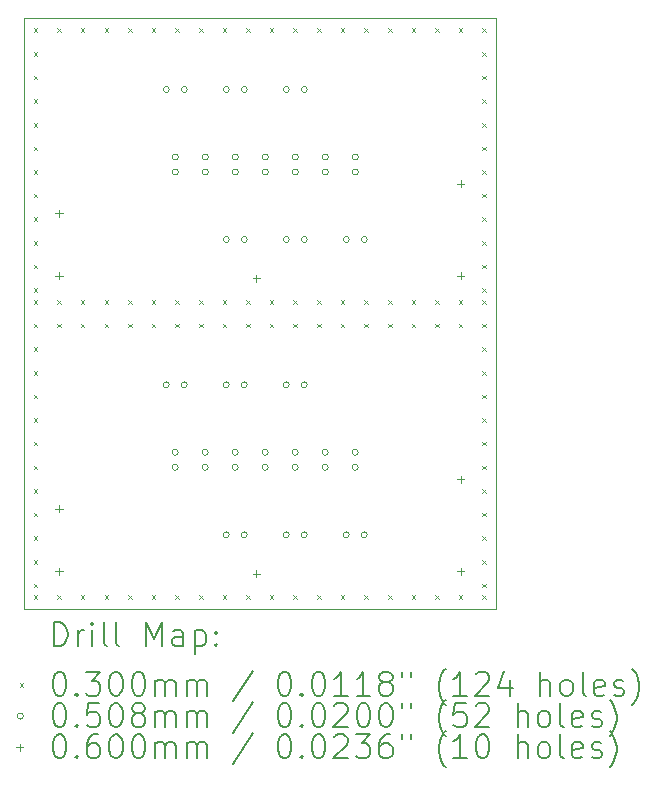
<source format=gbr>
%TF.GenerationSoftware,KiCad,Pcbnew,8.0.3*%
%TF.CreationDate,2024-06-27T10:28:47+02:00*%
%TF.ProjectId,145MHz_BPF,3134354d-487a-45f4-9250-462e6b696361,rev?*%
%TF.SameCoordinates,Original*%
%TF.FileFunction,Drillmap*%
%TF.FilePolarity,Positive*%
%FSLAX45Y45*%
G04 Gerber Fmt 4.5, Leading zero omitted, Abs format (unit mm)*
G04 Created by KiCad (PCBNEW 8.0.3) date 2024-06-27 10:28:47*
%MOMM*%
%LPD*%
G01*
G04 APERTURE LIST*
%ADD10C,0.050000*%
%ADD11C,0.200000*%
%ADD12C,0.100000*%
G04 APERTURE END LIST*
D10*
X8500000Y-4500000D02*
X12500000Y-4500000D01*
X12500000Y-9500000D01*
X8500000Y-9500000D01*
X8500000Y-4500000D01*
D11*
D12*
X8585000Y-4585000D02*
X8615000Y-4615000D01*
X8615000Y-4585000D02*
X8585000Y-4615000D01*
X8585000Y-4785000D02*
X8615000Y-4815000D01*
X8615000Y-4785000D02*
X8585000Y-4815000D01*
X8585000Y-4985000D02*
X8615000Y-5015000D01*
X8615000Y-4985000D02*
X8585000Y-5015000D01*
X8585000Y-5185000D02*
X8615000Y-5215000D01*
X8615000Y-5185000D02*
X8585000Y-5215000D01*
X8585000Y-5385000D02*
X8615000Y-5415000D01*
X8615000Y-5385000D02*
X8585000Y-5415000D01*
X8585000Y-5585000D02*
X8615000Y-5615000D01*
X8615000Y-5585000D02*
X8585000Y-5615000D01*
X8585000Y-5785000D02*
X8615000Y-5815000D01*
X8615000Y-5785000D02*
X8585000Y-5815000D01*
X8585000Y-5985000D02*
X8615000Y-6015000D01*
X8615000Y-5985000D02*
X8585000Y-6015000D01*
X8585000Y-6185000D02*
X8615000Y-6215000D01*
X8615000Y-6185000D02*
X8585000Y-6215000D01*
X8585000Y-6385000D02*
X8615000Y-6415000D01*
X8615000Y-6385000D02*
X8585000Y-6415000D01*
X8585000Y-6585000D02*
X8615000Y-6615000D01*
X8615000Y-6585000D02*
X8585000Y-6615000D01*
X8585000Y-6785000D02*
X8615000Y-6815000D01*
X8615000Y-6785000D02*
X8585000Y-6815000D01*
X8585000Y-6885000D02*
X8615000Y-6915000D01*
X8615000Y-6885000D02*
X8585000Y-6915000D01*
X8585000Y-7085000D02*
X8615000Y-7115000D01*
X8615000Y-7085000D02*
X8585000Y-7115000D01*
X8585000Y-7285000D02*
X8615000Y-7315000D01*
X8615000Y-7285000D02*
X8585000Y-7315000D01*
X8585000Y-7485000D02*
X8615000Y-7515000D01*
X8615000Y-7485000D02*
X8585000Y-7515000D01*
X8585000Y-7685000D02*
X8615000Y-7715000D01*
X8615000Y-7685000D02*
X8585000Y-7715000D01*
X8585000Y-7885000D02*
X8615000Y-7915000D01*
X8615000Y-7885000D02*
X8585000Y-7915000D01*
X8585000Y-8085000D02*
X8615000Y-8115000D01*
X8615000Y-8085000D02*
X8585000Y-8115000D01*
X8585000Y-8285000D02*
X8615000Y-8315000D01*
X8615000Y-8285000D02*
X8585000Y-8315000D01*
X8585000Y-8485000D02*
X8615000Y-8515000D01*
X8615000Y-8485000D02*
X8585000Y-8515000D01*
X8585000Y-8685000D02*
X8615000Y-8715000D01*
X8615000Y-8685000D02*
X8585000Y-8715000D01*
X8585000Y-8885000D02*
X8615000Y-8915000D01*
X8615000Y-8885000D02*
X8585000Y-8915000D01*
X8585000Y-9085000D02*
X8615000Y-9115000D01*
X8615000Y-9085000D02*
X8585000Y-9115000D01*
X8585000Y-9285000D02*
X8615000Y-9315000D01*
X8615000Y-9285000D02*
X8585000Y-9315000D01*
X8585000Y-9385000D02*
X8615000Y-9415000D01*
X8615000Y-9385000D02*
X8585000Y-9415000D01*
X8785000Y-4585000D02*
X8815000Y-4615000D01*
X8815000Y-4585000D02*
X8785000Y-4615000D01*
X8785000Y-6885000D02*
X8815000Y-6915000D01*
X8815000Y-6885000D02*
X8785000Y-6915000D01*
X8785000Y-7085000D02*
X8815000Y-7115000D01*
X8815000Y-7085000D02*
X8785000Y-7115000D01*
X8785000Y-9385000D02*
X8815000Y-9415000D01*
X8815000Y-9385000D02*
X8785000Y-9415000D01*
X8985000Y-4585000D02*
X9015000Y-4615000D01*
X9015000Y-4585000D02*
X8985000Y-4615000D01*
X8985000Y-6885000D02*
X9015000Y-6915000D01*
X9015000Y-6885000D02*
X8985000Y-6915000D01*
X8985000Y-7085000D02*
X9015000Y-7115000D01*
X9015000Y-7085000D02*
X8985000Y-7115000D01*
X8985000Y-9385000D02*
X9015000Y-9415000D01*
X9015000Y-9385000D02*
X8985000Y-9415000D01*
X9185000Y-4585000D02*
X9215000Y-4615000D01*
X9215000Y-4585000D02*
X9185000Y-4615000D01*
X9185000Y-6885000D02*
X9215000Y-6915000D01*
X9215000Y-6885000D02*
X9185000Y-6915000D01*
X9185000Y-7085000D02*
X9215000Y-7115000D01*
X9215000Y-7085000D02*
X9185000Y-7115000D01*
X9185000Y-9385000D02*
X9215000Y-9415000D01*
X9215000Y-9385000D02*
X9185000Y-9415000D01*
X9385000Y-4585000D02*
X9415000Y-4615000D01*
X9415000Y-4585000D02*
X9385000Y-4615000D01*
X9385000Y-6885000D02*
X9415000Y-6915000D01*
X9415000Y-6885000D02*
X9385000Y-6915000D01*
X9385000Y-7085000D02*
X9415000Y-7115000D01*
X9415000Y-7085000D02*
X9385000Y-7115000D01*
X9385000Y-9385000D02*
X9415000Y-9415000D01*
X9415000Y-9385000D02*
X9385000Y-9415000D01*
X9585000Y-4585000D02*
X9615000Y-4615000D01*
X9615000Y-4585000D02*
X9585000Y-4615000D01*
X9585000Y-6885000D02*
X9615000Y-6915000D01*
X9615000Y-6885000D02*
X9585000Y-6915000D01*
X9585000Y-7085000D02*
X9615000Y-7115000D01*
X9615000Y-7085000D02*
X9585000Y-7115000D01*
X9585000Y-9385000D02*
X9615000Y-9415000D01*
X9615000Y-9385000D02*
X9585000Y-9415000D01*
X9785000Y-4585000D02*
X9815000Y-4615000D01*
X9815000Y-4585000D02*
X9785000Y-4615000D01*
X9785000Y-6885000D02*
X9815000Y-6915000D01*
X9815000Y-6885000D02*
X9785000Y-6915000D01*
X9785000Y-7085000D02*
X9815000Y-7115000D01*
X9815000Y-7085000D02*
X9785000Y-7115000D01*
X9785000Y-9385000D02*
X9815000Y-9415000D01*
X9815000Y-9385000D02*
X9785000Y-9415000D01*
X9985000Y-4585000D02*
X10015000Y-4615000D01*
X10015000Y-4585000D02*
X9985000Y-4615000D01*
X9985000Y-6885000D02*
X10015000Y-6915000D01*
X10015000Y-6885000D02*
X9985000Y-6915000D01*
X9985000Y-7085000D02*
X10015000Y-7115000D01*
X10015000Y-7085000D02*
X9985000Y-7115000D01*
X9985000Y-9385000D02*
X10015000Y-9415000D01*
X10015000Y-9385000D02*
X9985000Y-9415000D01*
X10185000Y-4585000D02*
X10215000Y-4615000D01*
X10215000Y-4585000D02*
X10185000Y-4615000D01*
X10185000Y-6885000D02*
X10215000Y-6915000D01*
X10215000Y-6885000D02*
X10185000Y-6915000D01*
X10185000Y-7085000D02*
X10215000Y-7115000D01*
X10215000Y-7085000D02*
X10185000Y-7115000D01*
X10185000Y-9385000D02*
X10215000Y-9415000D01*
X10215000Y-9385000D02*
X10185000Y-9415000D01*
X10385000Y-4585000D02*
X10415000Y-4615000D01*
X10415000Y-4585000D02*
X10385000Y-4615000D01*
X10385000Y-6885000D02*
X10415000Y-6915000D01*
X10415000Y-6885000D02*
X10385000Y-6915000D01*
X10385000Y-7085000D02*
X10415000Y-7115000D01*
X10415000Y-7085000D02*
X10385000Y-7115000D01*
X10385000Y-9385000D02*
X10415000Y-9415000D01*
X10415000Y-9385000D02*
X10385000Y-9415000D01*
X10585000Y-4585000D02*
X10615000Y-4615000D01*
X10615000Y-4585000D02*
X10585000Y-4615000D01*
X10585000Y-6885000D02*
X10615000Y-6915000D01*
X10615000Y-6885000D02*
X10585000Y-6915000D01*
X10585000Y-7085000D02*
X10615000Y-7115000D01*
X10615000Y-7085000D02*
X10585000Y-7115000D01*
X10585000Y-9385000D02*
X10615000Y-9415000D01*
X10615000Y-9385000D02*
X10585000Y-9415000D01*
X10785000Y-4585000D02*
X10815000Y-4615000D01*
X10815000Y-4585000D02*
X10785000Y-4615000D01*
X10785000Y-6885000D02*
X10815000Y-6915000D01*
X10815000Y-6885000D02*
X10785000Y-6915000D01*
X10785000Y-7085000D02*
X10815000Y-7115000D01*
X10815000Y-7085000D02*
X10785000Y-7115000D01*
X10785000Y-9385000D02*
X10815000Y-9415000D01*
X10815000Y-9385000D02*
X10785000Y-9415000D01*
X10985000Y-4585000D02*
X11015000Y-4615000D01*
X11015000Y-4585000D02*
X10985000Y-4615000D01*
X10985000Y-6885000D02*
X11015000Y-6915000D01*
X11015000Y-6885000D02*
X10985000Y-6915000D01*
X10985000Y-7085000D02*
X11015000Y-7115000D01*
X11015000Y-7085000D02*
X10985000Y-7115000D01*
X10985000Y-9385000D02*
X11015000Y-9415000D01*
X11015000Y-9385000D02*
X10985000Y-9415000D01*
X11185000Y-4585000D02*
X11215000Y-4615000D01*
X11215000Y-4585000D02*
X11185000Y-4615000D01*
X11185000Y-6885000D02*
X11215000Y-6915000D01*
X11215000Y-6885000D02*
X11185000Y-6915000D01*
X11185000Y-7085000D02*
X11215000Y-7115000D01*
X11215000Y-7085000D02*
X11185000Y-7115000D01*
X11185000Y-9385000D02*
X11215000Y-9415000D01*
X11215000Y-9385000D02*
X11185000Y-9415000D01*
X11385000Y-4585000D02*
X11415000Y-4615000D01*
X11415000Y-4585000D02*
X11385000Y-4615000D01*
X11385000Y-6885000D02*
X11415000Y-6915000D01*
X11415000Y-6885000D02*
X11385000Y-6915000D01*
X11385000Y-7085000D02*
X11415000Y-7115000D01*
X11415000Y-7085000D02*
X11385000Y-7115000D01*
X11385000Y-9385000D02*
X11415000Y-9415000D01*
X11415000Y-9385000D02*
X11385000Y-9415000D01*
X11585000Y-4585000D02*
X11615000Y-4615000D01*
X11615000Y-4585000D02*
X11585000Y-4615000D01*
X11585000Y-6885000D02*
X11615000Y-6915000D01*
X11615000Y-6885000D02*
X11585000Y-6915000D01*
X11585000Y-7085000D02*
X11615000Y-7115000D01*
X11615000Y-7085000D02*
X11585000Y-7115000D01*
X11585000Y-9385000D02*
X11615000Y-9415000D01*
X11615000Y-9385000D02*
X11585000Y-9415000D01*
X11785000Y-4585000D02*
X11815000Y-4615000D01*
X11815000Y-4585000D02*
X11785000Y-4615000D01*
X11785000Y-6885000D02*
X11815000Y-6915000D01*
X11815000Y-6885000D02*
X11785000Y-6915000D01*
X11785000Y-7085000D02*
X11815000Y-7115000D01*
X11815000Y-7085000D02*
X11785000Y-7115000D01*
X11785000Y-9385000D02*
X11815000Y-9415000D01*
X11815000Y-9385000D02*
X11785000Y-9415000D01*
X11985000Y-4585000D02*
X12015000Y-4615000D01*
X12015000Y-4585000D02*
X11985000Y-4615000D01*
X11985000Y-6885000D02*
X12015000Y-6915000D01*
X12015000Y-6885000D02*
X11985000Y-6915000D01*
X11985000Y-7085000D02*
X12015000Y-7115000D01*
X12015000Y-7085000D02*
X11985000Y-7115000D01*
X11985000Y-9385000D02*
X12015000Y-9415000D01*
X12015000Y-9385000D02*
X11985000Y-9415000D01*
X12185000Y-4585000D02*
X12215000Y-4615000D01*
X12215000Y-4585000D02*
X12185000Y-4615000D01*
X12185000Y-6885000D02*
X12215000Y-6915000D01*
X12215000Y-6885000D02*
X12185000Y-6915000D01*
X12185000Y-7085000D02*
X12215000Y-7115000D01*
X12215000Y-7085000D02*
X12185000Y-7115000D01*
X12185000Y-9385000D02*
X12215000Y-9415000D01*
X12215000Y-9385000D02*
X12185000Y-9415000D01*
X12385000Y-4585000D02*
X12415000Y-4615000D01*
X12415000Y-4585000D02*
X12385000Y-4615000D01*
X12385000Y-4785000D02*
X12415000Y-4815000D01*
X12415000Y-4785000D02*
X12385000Y-4815000D01*
X12385000Y-4985000D02*
X12415000Y-5015000D01*
X12415000Y-4985000D02*
X12385000Y-5015000D01*
X12385000Y-5185000D02*
X12415000Y-5215000D01*
X12415000Y-5185000D02*
X12385000Y-5215000D01*
X12385000Y-5385000D02*
X12415000Y-5415000D01*
X12415000Y-5385000D02*
X12385000Y-5415000D01*
X12385000Y-5585000D02*
X12415000Y-5615000D01*
X12415000Y-5585000D02*
X12385000Y-5615000D01*
X12385000Y-5785000D02*
X12415000Y-5815000D01*
X12415000Y-5785000D02*
X12385000Y-5815000D01*
X12385000Y-5985000D02*
X12415000Y-6015000D01*
X12415000Y-5985000D02*
X12385000Y-6015000D01*
X12385000Y-6185000D02*
X12415000Y-6215000D01*
X12415000Y-6185000D02*
X12385000Y-6215000D01*
X12385000Y-6385000D02*
X12415000Y-6415000D01*
X12415000Y-6385000D02*
X12385000Y-6415000D01*
X12385000Y-6585000D02*
X12415000Y-6615000D01*
X12415000Y-6585000D02*
X12385000Y-6615000D01*
X12385000Y-6785000D02*
X12415000Y-6815000D01*
X12415000Y-6785000D02*
X12385000Y-6815000D01*
X12385000Y-6885000D02*
X12415000Y-6915000D01*
X12415000Y-6885000D02*
X12385000Y-6915000D01*
X12385000Y-7085000D02*
X12415000Y-7115000D01*
X12415000Y-7085000D02*
X12385000Y-7115000D01*
X12385000Y-7285000D02*
X12415000Y-7315000D01*
X12415000Y-7285000D02*
X12385000Y-7315000D01*
X12385000Y-7485000D02*
X12415000Y-7515000D01*
X12415000Y-7485000D02*
X12385000Y-7515000D01*
X12385000Y-7685000D02*
X12415000Y-7715000D01*
X12415000Y-7685000D02*
X12385000Y-7715000D01*
X12385000Y-7885000D02*
X12415000Y-7915000D01*
X12415000Y-7885000D02*
X12385000Y-7915000D01*
X12385000Y-8085000D02*
X12415000Y-8115000D01*
X12415000Y-8085000D02*
X12385000Y-8115000D01*
X12385000Y-8285000D02*
X12415000Y-8315000D01*
X12415000Y-8285000D02*
X12385000Y-8315000D01*
X12385000Y-8485000D02*
X12415000Y-8515000D01*
X12415000Y-8485000D02*
X12385000Y-8515000D01*
X12385000Y-8685000D02*
X12415000Y-8715000D01*
X12415000Y-8685000D02*
X12385000Y-8715000D01*
X12385000Y-8885000D02*
X12415000Y-8915000D01*
X12415000Y-8885000D02*
X12385000Y-8915000D01*
X12385000Y-9085000D02*
X12415000Y-9115000D01*
X12415000Y-9085000D02*
X12385000Y-9115000D01*
X12385000Y-9285000D02*
X12415000Y-9315000D01*
X12415000Y-9285000D02*
X12385000Y-9315000D01*
X12385000Y-9385000D02*
X12415000Y-9415000D01*
X12415000Y-9385000D02*
X12385000Y-9415000D01*
X9733200Y-5101500D02*
G75*
G02*
X9682400Y-5101500I-25400J0D01*
G01*
X9682400Y-5101500D02*
G75*
G02*
X9733200Y-5101500I25400J0D01*
G01*
X9733200Y-7601500D02*
G75*
G02*
X9682400Y-7601500I-25400J0D01*
G01*
X9682400Y-7601500D02*
G75*
G02*
X9733200Y-7601500I25400J0D01*
G01*
X9809400Y-5673000D02*
G75*
G02*
X9758600Y-5673000I-25400J0D01*
G01*
X9758600Y-5673000D02*
G75*
G02*
X9809400Y-5673000I25400J0D01*
G01*
X9809400Y-5800000D02*
G75*
G02*
X9758600Y-5800000I-25400J0D01*
G01*
X9758600Y-5800000D02*
G75*
G02*
X9809400Y-5800000I25400J0D01*
G01*
X9809400Y-8173000D02*
G75*
G02*
X9758600Y-8173000I-25400J0D01*
G01*
X9758600Y-8173000D02*
G75*
G02*
X9809400Y-8173000I25400J0D01*
G01*
X9809400Y-8300000D02*
G75*
G02*
X9758600Y-8300000I-25400J0D01*
G01*
X9758600Y-8300000D02*
G75*
G02*
X9809400Y-8300000I25400J0D01*
G01*
X9885600Y-5101500D02*
G75*
G02*
X9834800Y-5101500I-25400J0D01*
G01*
X9834800Y-5101500D02*
G75*
G02*
X9885600Y-5101500I25400J0D01*
G01*
X9885600Y-7601500D02*
G75*
G02*
X9834800Y-7601500I-25400J0D01*
G01*
X9834800Y-7601500D02*
G75*
G02*
X9885600Y-7601500I25400J0D01*
G01*
X10063400Y-5673000D02*
G75*
G02*
X10012600Y-5673000I-25400J0D01*
G01*
X10012600Y-5673000D02*
G75*
G02*
X10063400Y-5673000I25400J0D01*
G01*
X10063400Y-5800000D02*
G75*
G02*
X10012600Y-5800000I-25400J0D01*
G01*
X10012600Y-5800000D02*
G75*
G02*
X10063400Y-5800000I25400J0D01*
G01*
X10063400Y-8173000D02*
G75*
G02*
X10012600Y-8173000I-25400J0D01*
G01*
X10012600Y-8173000D02*
G75*
G02*
X10063400Y-8173000I25400J0D01*
G01*
X10063400Y-8300000D02*
G75*
G02*
X10012600Y-8300000I-25400J0D01*
G01*
X10012600Y-8300000D02*
G75*
G02*
X10063400Y-8300000I25400J0D01*
G01*
X10241200Y-5101500D02*
G75*
G02*
X10190400Y-5101500I-25400J0D01*
G01*
X10190400Y-5101500D02*
G75*
G02*
X10241200Y-5101500I25400J0D01*
G01*
X10241200Y-6371500D02*
G75*
G02*
X10190400Y-6371500I-25400J0D01*
G01*
X10190400Y-6371500D02*
G75*
G02*
X10241200Y-6371500I25400J0D01*
G01*
X10241200Y-7601500D02*
G75*
G02*
X10190400Y-7601500I-25400J0D01*
G01*
X10190400Y-7601500D02*
G75*
G02*
X10241200Y-7601500I25400J0D01*
G01*
X10241200Y-8871500D02*
G75*
G02*
X10190400Y-8871500I-25400J0D01*
G01*
X10190400Y-8871500D02*
G75*
G02*
X10241200Y-8871500I25400J0D01*
G01*
X10317400Y-5673000D02*
G75*
G02*
X10266600Y-5673000I-25400J0D01*
G01*
X10266600Y-5673000D02*
G75*
G02*
X10317400Y-5673000I25400J0D01*
G01*
X10317400Y-5800000D02*
G75*
G02*
X10266600Y-5800000I-25400J0D01*
G01*
X10266600Y-5800000D02*
G75*
G02*
X10317400Y-5800000I25400J0D01*
G01*
X10317400Y-8173000D02*
G75*
G02*
X10266600Y-8173000I-25400J0D01*
G01*
X10266600Y-8173000D02*
G75*
G02*
X10317400Y-8173000I25400J0D01*
G01*
X10317400Y-8300000D02*
G75*
G02*
X10266600Y-8300000I-25400J0D01*
G01*
X10266600Y-8300000D02*
G75*
G02*
X10317400Y-8300000I25400J0D01*
G01*
X10393600Y-5101500D02*
G75*
G02*
X10342800Y-5101500I-25400J0D01*
G01*
X10342800Y-5101500D02*
G75*
G02*
X10393600Y-5101500I25400J0D01*
G01*
X10393600Y-6371500D02*
G75*
G02*
X10342800Y-6371500I-25400J0D01*
G01*
X10342800Y-6371500D02*
G75*
G02*
X10393600Y-6371500I25400J0D01*
G01*
X10393600Y-7601500D02*
G75*
G02*
X10342800Y-7601500I-25400J0D01*
G01*
X10342800Y-7601500D02*
G75*
G02*
X10393600Y-7601500I25400J0D01*
G01*
X10393600Y-8871500D02*
G75*
G02*
X10342800Y-8871500I-25400J0D01*
G01*
X10342800Y-8871500D02*
G75*
G02*
X10393600Y-8871500I25400J0D01*
G01*
X10571400Y-5673000D02*
G75*
G02*
X10520600Y-5673000I-25400J0D01*
G01*
X10520600Y-5673000D02*
G75*
G02*
X10571400Y-5673000I25400J0D01*
G01*
X10571400Y-5800000D02*
G75*
G02*
X10520600Y-5800000I-25400J0D01*
G01*
X10520600Y-5800000D02*
G75*
G02*
X10571400Y-5800000I25400J0D01*
G01*
X10571400Y-8173000D02*
G75*
G02*
X10520600Y-8173000I-25400J0D01*
G01*
X10520600Y-8173000D02*
G75*
G02*
X10571400Y-8173000I25400J0D01*
G01*
X10571400Y-8300000D02*
G75*
G02*
X10520600Y-8300000I-25400J0D01*
G01*
X10520600Y-8300000D02*
G75*
G02*
X10571400Y-8300000I25400J0D01*
G01*
X10749200Y-5101500D02*
G75*
G02*
X10698400Y-5101500I-25400J0D01*
G01*
X10698400Y-5101500D02*
G75*
G02*
X10749200Y-5101500I25400J0D01*
G01*
X10749200Y-6371500D02*
G75*
G02*
X10698400Y-6371500I-25400J0D01*
G01*
X10698400Y-6371500D02*
G75*
G02*
X10749200Y-6371500I25400J0D01*
G01*
X10749200Y-7601500D02*
G75*
G02*
X10698400Y-7601500I-25400J0D01*
G01*
X10698400Y-7601500D02*
G75*
G02*
X10749200Y-7601500I25400J0D01*
G01*
X10749200Y-8871500D02*
G75*
G02*
X10698400Y-8871500I-25400J0D01*
G01*
X10698400Y-8871500D02*
G75*
G02*
X10749200Y-8871500I25400J0D01*
G01*
X10825400Y-5673000D02*
G75*
G02*
X10774600Y-5673000I-25400J0D01*
G01*
X10774600Y-5673000D02*
G75*
G02*
X10825400Y-5673000I25400J0D01*
G01*
X10825400Y-5800000D02*
G75*
G02*
X10774600Y-5800000I-25400J0D01*
G01*
X10774600Y-5800000D02*
G75*
G02*
X10825400Y-5800000I25400J0D01*
G01*
X10825400Y-8173000D02*
G75*
G02*
X10774600Y-8173000I-25400J0D01*
G01*
X10774600Y-8173000D02*
G75*
G02*
X10825400Y-8173000I25400J0D01*
G01*
X10825400Y-8300000D02*
G75*
G02*
X10774600Y-8300000I-25400J0D01*
G01*
X10774600Y-8300000D02*
G75*
G02*
X10825400Y-8300000I25400J0D01*
G01*
X10901600Y-5101500D02*
G75*
G02*
X10850800Y-5101500I-25400J0D01*
G01*
X10850800Y-5101500D02*
G75*
G02*
X10901600Y-5101500I25400J0D01*
G01*
X10901600Y-6371500D02*
G75*
G02*
X10850800Y-6371500I-25400J0D01*
G01*
X10850800Y-6371500D02*
G75*
G02*
X10901600Y-6371500I25400J0D01*
G01*
X10901600Y-7601500D02*
G75*
G02*
X10850800Y-7601500I-25400J0D01*
G01*
X10850800Y-7601500D02*
G75*
G02*
X10901600Y-7601500I25400J0D01*
G01*
X10901600Y-8871500D02*
G75*
G02*
X10850800Y-8871500I-25400J0D01*
G01*
X10850800Y-8871500D02*
G75*
G02*
X10901600Y-8871500I25400J0D01*
G01*
X11079400Y-5673000D02*
G75*
G02*
X11028600Y-5673000I-25400J0D01*
G01*
X11028600Y-5673000D02*
G75*
G02*
X11079400Y-5673000I25400J0D01*
G01*
X11079400Y-5800000D02*
G75*
G02*
X11028600Y-5800000I-25400J0D01*
G01*
X11028600Y-5800000D02*
G75*
G02*
X11079400Y-5800000I25400J0D01*
G01*
X11079400Y-8173000D02*
G75*
G02*
X11028600Y-8173000I-25400J0D01*
G01*
X11028600Y-8173000D02*
G75*
G02*
X11079400Y-8173000I25400J0D01*
G01*
X11079400Y-8300000D02*
G75*
G02*
X11028600Y-8300000I-25400J0D01*
G01*
X11028600Y-8300000D02*
G75*
G02*
X11079400Y-8300000I25400J0D01*
G01*
X11257200Y-6371500D02*
G75*
G02*
X11206400Y-6371500I-25400J0D01*
G01*
X11206400Y-6371500D02*
G75*
G02*
X11257200Y-6371500I25400J0D01*
G01*
X11257200Y-8871500D02*
G75*
G02*
X11206400Y-8871500I-25400J0D01*
G01*
X11206400Y-8871500D02*
G75*
G02*
X11257200Y-8871500I25400J0D01*
G01*
X11333400Y-5673000D02*
G75*
G02*
X11282600Y-5673000I-25400J0D01*
G01*
X11282600Y-5673000D02*
G75*
G02*
X11333400Y-5673000I25400J0D01*
G01*
X11333400Y-5800000D02*
G75*
G02*
X11282600Y-5800000I-25400J0D01*
G01*
X11282600Y-5800000D02*
G75*
G02*
X11333400Y-5800000I25400J0D01*
G01*
X11333400Y-8173000D02*
G75*
G02*
X11282600Y-8173000I-25400J0D01*
G01*
X11282600Y-8173000D02*
G75*
G02*
X11333400Y-8173000I25400J0D01*
G01*
X11333400Y-8300000D02*
G75*
G02*
X11282600Y-8300000I-25400J0D01*
G01*
X11282600Y-8300000D02*
G75*
G02*
X11333400Y-8300000I25400J0D01*
G01*
X11409600Y-6371500D02*
G75*
G02*
X11358800Y-6371500I-25400J0D01*
G01*
X11358800Y-6371500D02*
G75*
G02*
X11409600Y-6371500I25400J0D01*
G01*
X11409600Y-8871500D02*
G75*
G02*
X11358800Y-8871500I-25400J0D01*
G01*
X11358800Y-8871500D02*
G75*
G02*
X11409600Y-8871500I25400J0D01*
G01*
X8800000Y-6120000D02*
X8800000Y-6180000D01*
X8770000Y-6150000D02*
X8830000Y-6150000D01*
X8800000Y-6650000D02*
X8800000Y-6710000D01*
X8770000Y-6680000D02*
X8830000Y-6680000D01*
X8800000Y-8620000D02*
X8800000Y-8680000D01*
X8770000Y-8650000D02*
X8830000Y-8650000D01*
X8800000Y-9150000D02*
X8800000Y-9210000D01*
X8770000Y-9180000D02*
X8830000Y-9180000D01*
X10470000Y-6670000D02*
X10470000Y-6730000D01*
X10440000Y-6700000D02*
X10500000Y-6700000D01*
X10470000Y-9170000D02*
X10470000Y-9230000D01*
X10440000Y-9200000D02*
X10500000Y-9200000D01*
X12200000Y-5870000D02*
X12200000Y-5930000D01*
X12170000Y-5900000D02*
X12230000Y-5900000D01*
X12200000Y-6650000D02*
X12200000Y-6710000D01*
X12170000Y-6680000D02*
X12230000Y-6680000D01*
X12200000Y-8370000D02*
X12200000Y-8430000D01*
X12170000Y-8400000D02*
X12230000Y-8400000D01*
X12200000Y-9150000D02*
X12200000Y-9210000D01*
X12170000Y-9180000D02*
X12230000Y-9180000D01*
D11*
X8758277Y-9813984D02*
X8758277Y-9613984D01*
X8758277Y-9613984D02*
X8805896Y-9613984D01*
X8805896Y-9613984D02*
X8834467Y-9623508D01*
X8834467Y-9623508D02*
X8853515Y-9642555D01*
X8853515Y-9642555D02*
X8863039Y-9661603D01*
X8863039Y-9661603D02*
X8872563Y-9699698D01*
X8872563Y-9699698D02*
X8872563Y-9728270D01*
X8872563Y-9728270D02*
X8863039Y-9766365D01*
X8863039Y-9766365D02*
X8853515Y-9785412D01*
X8853515Y-9785412D02*
X8834467Y-9804460D01*
X8834467Y-9804460D02*
X8805896Y-9813984D01*
X8805896Y-9813984D02*
X8758277Y-9813984D01*
X8958277Y-9813984D02*
X8958277Y-9680650D01*
X8958277Y-9718746D02*
X8967801Y-9699698D01*
X8967801Y-9699698D02*
X8977324Y-9690174D01*
X8977324Y-9690174D02*
X8996372Y-9680650D01*
X8996372Y-9680650D02*
X9015420Y-9680650D01*
X9082086Y-9813984D02*
X9082086Y-9680650D01*
X9082086Y-9613984D02*
X9072563Y-9623508D01*
X9072563Y-9623508D02*
X9082086Y-9633031D01*
X9082086Y-9633031D02*
X9091610Y-9623508D01*
X9091610Y-9623508D02*
X9082086Y-9613984D01*
X9082086Y-9613984D02*
X9082086Y-9633031D01*
X9205896Y-9813984D02*
X9186848Y-9804460D01*
X9186848Y-9804460D02*
X9177324Y-9785412D01*
X9177324Y-9785412D02*
X9177324Y-9613984D01*
X9310658Y-9813984D02*
X9291610Y-9804460D01*
X9291610Y-9804460D02*
X9282086Y-9785412D01*
X9282086Y-9785412D02*
X9282086Y-9613984D01*
X9539229Y-9813984D02*
X9539229Y-9613984D01*
X9539229Y-9613984D02*
X9605896Y-9756841D01*
X9605896Y-9756841D02*
X9672563Y-9613984D01*
X9672563Y-9613984D02*
X9672563Y-9813984D01*
X9853515Y-9813984D02*
X9853515Y-9709222D01*
X9853515Y-9709222D02*
X9843991Y-9690174D01*
X9843991Y-9690174D02*
X9824944Y-9680650D01*
X9824944Y-9680650D02*
X9786848Y-9680650D01*
X9786848Y-9680650D02*
X9767801Y-9690174D01*
X9853515Y-9804460D02*
X9834467Y-9813984D01*
X9834467Y-9813984D02*
X9786848Y-9813984D01*
X9786848Y-9813984D02*
X9767801Y-9804460D01*
X9767801Y-9804460D02*
X9758277Y-9785412D01*
X9758277Y-9785412D02*
X9758277Y-9766365D01*
X9758277Y-9766365D02*
X9767801Y-9747317D01*
X9767801Y-9747317D02*
X9786848Y-9737793D01*
X9786848Y-9737793D02*
X9834467Y-9737793D01*
X9834467Y-9737793D02*
X9853515Y-9728270D01*
X9948753Y-9680650D02*
X9948753Y-9880650D01*
X9948753Y-9690174D02*
X9967801Y-9680650D01*
X9967801Y-9680650D02*
X10005896Y-9680650D01*
X10005896Y-9680650D02*
X10024944Y-9690174D01*
X10024944Y-9690174D02*
X10034467Y-9699698D01*
X10034467Y-9699698D02*
X10043991Y-9718746D01*
X10043991Y-9718746D02*
X10043991Y-9775889D01*
X10043991Y-9775889D02*
X10034467Y-9794936D01*
X10034467Y-9794936D02*
X10024944Y-9804460D01*
X10024944Y-9804460D02*
X10005896Y-9813984D01*
X10005896Y-9813984D02*
X9967801Y-9813984D01*
X9967801Y-9813984D02*
X9948753Y-9804460D01*
X10129705Y-9794936D02*
X10139229Y-9804460D01*
X10139229Y-9804460D02*
X10129705Y-9813984D01*
X10129705Y-9813984D02*
X10120182Y-9804460D01*
X10120182Y-9804460D02*
X10129705Y-9794936D01*
X10129705Y-9794936D02*
X10129705Y-9813984D01*
X10129705Y-9690174D02*
X10139229Y-9699698D01*
X10139229Y-9699698D02*
X10129705Y-9709222D01*
X10129705Y-9709222D02*
X10120182Y-9699698D01*
X10120182Y-9699698D02*
X10129705Y-9690174D01*
X10129705Y-9690174D02*
X10129705Y-9709222D01*
D12*
X8467500Y-10127500D02*
X8497500Y-10157500D01*
X8497500Y-10127500D02*
X8467500Y-10157500D01*
D11*
X8796372Y-10033984D02*
X8815420Y-10033984D01*
X8815420Y-10033984D02*
X8834467Y-10043508D01*
X8834467Y-10043508D02*
X8843991Y-10053031D01*
X8843991Y-10053031D02*
X8853515Y-10072079D01*
X8853515Y-10072079D02*
X8863039Y-10110174D01*
X8863039Y-10110174D02*
X8863039Y-10157793D01*
X8863039Y-10157793D02*
X8853515Y-10195889D01*
X8853515Y-10195889D02*
X8843991Y-10214936D01*
X8843991Y-10214936D02*
X8834467Y-10224460D01*
X8834467Y-10224460D02*
X8815420Y-10233984D01*
X8815420Y-10233984D02*
X8796372Y-10233984D01*
X8796372Y-10233984D02*
X8777324Y-10224460D01*
X8777324Y-10224460D02*
X8767801Y-10214936D01*
X8767801Y-10214936D02*
X8758277Y-10195889D01*
X8758277Y-10195889D02*
X8748753Y-10157793D01*
X8748753Y-10157793D02*
X8748753Y-10110174D01*
X8748753Y-10110174D02*
X8758277Y-10072079D01*
X8758277Y-10072079D02*
X8767801Y-10053031D01*
X8767801Y-10053031D02*
X8777324Y-10043508D01*
X8777324Y-10043508D02*
X8796372Y-10033984D01*
X8948753Y-10214936D02*
X8958277Y-10224460D01*
X8958277Y-10224460D02*
X8948753Y-10233984D01*
X8948753Y-10233984D02*
X8939229Y-10224460D01*
X8939229Y-10224460D02*
X8948753Y-10214936D01*
X8948753Y-10214936D02*
X8948753Y-10233984D01*
X9024944Y-10033984D02*
X9148753Y-10033984D01*
X9148753Y-10033984D02*
X9082086Y-10110174D01*
X9082086Y-10110174D02*
X9110658Y-10110174D01*
X9110658Y-10110174D02*
X9129705Y-10119698D01*
X9129705Y-10119698D02*
X9139229Y-10129222D01*
X9139229Y-10129222D02*
X9148753Y-10148270D01*
X9148753Y-10148270D02*
X9148753Y-10195889D01*
X9148753Y-10195889D02*
X9139229Y-10214936D01*
X9139229Y-10214936D02*
X9129705Y-10224460D01*
X9129705Y-10224460D02*
X9110658Y-10233984D01*
X9110658Y-10233984D02*
X9053515Y-10233984D01*
X9053515Y-10233984D02*
X9034467Y-10224460D01*
X9034467Y-10224460D02*
X9024944Y-10214936D01*
X9272563Y-10033984D02*
X9291610Y-10033984D01*
X9291610Y-10033984D02*
X9310658Y-10043508D01*
X9310658Y-10043508D02*
X9320182Y-10053031D01*
X9320182Y-10053031D02*
X9329705Y-10072079D01*
X9329705Y-10072079D02*
X9339229Y-10110174D01*
X9339229Y-10110174D02*
X9339229Y-10157793D01*
X9339229Y-10157793D02*
X9329705Y-10195889D01*
X9329705Y-10195889D02*
X9320182Y-10214936D01*
X9320182Y-10214936D02*
X9310658Y-10224460D01*
X9310658Y-10224460D02*
X9291610Y-10233984D01*
X9291610Y-10233984D02*
X9272563Y-10233984D01*
X9272563Y-10233984D02*
X9253515Y-10224460D01*
X9253515Y-10224460D02*
X9243991Y-10214936D01*
X9243991Y-10214936D02*
X9234467Y-10195889D01*
X9234467Y-10195889D02*
X9224944Y-10157793D01*
X9224944Y-10157793D02*
X9224944Y-10110174D01*
X9224944Y-10110174D02*
X9234467Y-10072079D01*
X9234467Y-10072079D02*
X9243991Y-10053031D01*
X9243991Y-10053031D02*
X9253515Y-10043508D01*
X9253515Y-10043508D02*
X9272563Y-10033984D01*
X9463039Y-10033984D02*
X9482086Y-10033984D01*
X9482086Y-10033984D02*
X9501134Y-10043508D01*
X9501134Y-10043508D02*
X9510658Y-10053031D01*
X9510658Y-10053031D02*
X9520182Y-10072079D01*
X9520182Y-10072079D02*
X9529705Y-10110174D01*
X9529705Y-10110174D02*
X9529705Y-10157793D01*
X9529705Y-10157793D02*
X9520182Y-10195889D01*
X9520182Y-10195889D02*
X9510658Y-10214936D01*
X9510658Y-10214936D02*
X9501134Y-10224460D01*
X9501134Y-10224460D02*
X9482086Y-10233984D01*
X9482086Y-10233984D02*
X9463039Y-10233984D01*
X9463039Y-10233984D02*
X9443991Y-10224460D01*
X9443991Y-10224460D02*
X9434467Y-10214936D01*
X9434467Y-10214936D02*
X9424944Y-10195889D01*
X9424944Y-10195889D02*
X9415420Y-10157793D01*
X9415420Y-10157793D02*
X9415420Y-10110174D01*
X9415420Y-10110174D02*
X9424944Y-10072079D01*
X9424944Y-10072079D02*
X9434467Y-10053031D01*
X9434467Y-10053031D02*
X9443991Y-10043508D01*
X9443991Y-10043508D02*
X9463039Y-10033984D01*
X9615420Y-10233984D02*
X9615420Y-10100650D01*
X9615420Y-10119698D02*
X9624944Y-10110174D01*
X9624944Y-10110174D02*
X9643991Y-10100650D01*
X9643991Y-10100650D02*
X9672563Y-10100650D01*
X9672563Y-10100650D02*
X9691610Y-10110174D01*
X9691610Y-10110174D02*
X9701134Y-10129222D01*
X9701134Y-10129222D02*
X9701134Y-10233984D01*
X9701134Y-10129222D02*
X9710658Y-10110174D01*
X9710658Y-10110174D02*
X9729705Y-10100650D01*
X9729705Y-10100650D02*
X9758277Y-10100650D01*
X9758277Y-10100650D02*
X9777325Y-10110174D01*
X9777325Y-10110174D02*
X9786848Y-10129222D01*
X9786848Y-10129222D02*
X9786848Y-10233984D01*
X9882086Y-10233984D02*
X9882086Y-10100650D01*
X9882086Y-10119698D02*
X9891610Y-10110174D01*
X9891610Y-10110174D02*
X9910658Y-10100650D01*
X9910658Y-10100650D02*
X9939229Y-10100650D01*
X9939229Y-10100650D02*
X9958277Y-10110174D01*
X9958277Y-10110174D02*
X9967801Y-10129222D01*
X9967801Y-10129222D02*
X9967801Y-10233984D01*
X9967801Y-10129222D02*
X9977325Y-10110174D01*
X9977325Y-10110174D02*
X9996372Y-10100650D01*
X9996372Y-10100650D02*
X10024944Y-10100650D01*
X10024944Y-10100650D02*
X10043991Y-10110174D01*
X10043991Y-10110174D02*
X10053515Y-10129222D01*
X10053515Y-10129222D02*
X10053515Y-10233984D01*
X10443991Y-10024460D02*
X10272563Y-10281603D01*
X10701134Y-10033984D02*
X10720182Y-10033984D01*
X10720182Y-10033984D02*
X10739229Y-10043508D01*
X10739229Y-10043508D02*
X10748753Y-10053031D01*
X10748753Y-10053031D02*
X10758277Y-10072079D01*
X10758277Y-10072079D02*
X10767801Y-10110174D01*
X10767801Y-10110174D02*
X10767801Y-10157793D01*
X10767801Y-10157793D02*
X10758277Y-10195889D01*
X10758277Y-10195889D02*
X10748753Y-10214936D01*
X10748753Y-10214936D02*
X10739229Y-10224460D01*
X10739229Y-10224460D02*
X10720182Y-10233984D01*
X10720182Y-10233984D02*
X10701134Y-10233984D01*
X10701134Y-10233984D02*
X10682087Y-10224460D01*
X10682087Y-10224460D02*
X10672563Y-10214936D01*
X10672563Y-10214936D02*
X10663039Y-10195889D01*
X10663039Y-10195889D02*
X10653515Y-10157793D01*
X10653515Y-10157793D02*
X10653515Y-10110174D01*
X10653515Y-10110174D02*
X10663039Y-10072079D01*
X10663039Y-10072079D02*
X10672563Y-10053031D01*
X10672563Y-10053031D02*
X10682087Y-10043508D01*
X10682087Y-10043508D02*
X10701134Y-10033984D01*
X10853515Y-10214936D02*
X10863039Y-10224460D01*
X10863039Y-10224460D02*
X10853515Y-10233984D01*
X10853515Y-10233984D02*
X10843991Y-10224460D01*
X10843991Y-10224460D02*
X10853515Y-10214936D01*
X10853515Y-10214936D02*
X10853515Y-10233984D01*
X10986848Y-10033984D02*
X11005896Y-10033984D01*
X11005896Y-10033984D02*
X11024944Y-10043508D01*
X11024944Y-10043508D02*
X11034468Y-10053031D01*
X11034468Y-10053031D02*
X11043991Y-10072079D01*
X11043991Y-10072079D02*
X11053515Y-10110174D01*
X11053515Y-10110174D02*
X11053515Y-10157793D01*
X11053515Y-10157793D02*
X11043991Y-10195889D01*
X11043991Y-10195889D02*
X11034468Y-10214936D01*
X11034468Y-10214936D02*
X11024944Y-10224460D01*
X11024944Y-10224460D02*
X11005896Y-10233984D01*
X11005896Y-10233984D02*
X10986848Y-10233984D01*
X10986848Y-10233984D02*
X10967801Y-10224460D01*
X10967801Y-10224460D02*
X10958277Y-10214936D01*
X10958277Y-10214936D02*
X10948753Y-10195889D01*
X10948753Y-10195889D02*
X10939229Y-10157793D01*
X10939229Y-10157793D02*
X10939229Y-10110174D01*
X10939229Y-10110174D02*
X10948753Y-10072079D01*
X10948753Y-10072079D02*
X10958277Y-10053031D01*
X10958277Y-10053031D02*
X10967801Y-10043508D01*
X10967801Y-10043508D02*
X10986848Y-10033984D01*
X11243991Y-10233984D02*
X11129706Y-10233984D01*
X11186848Y-10233984D02*
X11186848Y-10033984D01*
X11186848Y-10033984D02*
X11167801Y-10062555D01*
X11167801Y-10062555D02*
X11148753Y-10081603D01*
X11148753Y-10081603D02*
X11129706Y-10091127D01*
X11434467Y-10233984D02*
X11320182Y-10233984D01*
X11377325Y-10233984D02*
X11377325Y-10033984D01*
X11377325Y-10033984D02*
X11358277Y-10062555D01*
X11358277Y-10062555D02*
X11339229Y-10081603D01*
X11339229Y-10081603D02*
X11320182Y-10091127D01*
X11548753Y-10119698D02*
X11529706Y-10110174D01*
X11529706Y-10110174D02*
X11520182Y-10100650D01*
X11520182Y-10100650D02*
X11510658Y-10081603D01*
X11510658Y-10081603D02*
X11510658Y-10072079D01*
X11510658Y-10072079D02*
X11520182Y-10053031D01*
X11520182Y-10053031D02*
X11529706Y-10043508D01*
X11529706Y-10043508D02*
X11548753Y-10033984D01*
X11548753Y-10033984D02*
X11586848Y-10033984D01*
X11586848Y-10033984D02*
X11605896Y-10043508D01*
X11605896Y-10043508D02*
X11615420Y-10053031D01*
X11615420Y-10053031D02*
X11624944Y-10072079D01*
X11624944Y-10072079D02*
X11624944Y-10081603D01*
X11624944Y-10081603D02*
X11615420Y-10100650D01*
X11615420Y-10100650D02*
X11605896Y-10110174D01*
X11605896Y-10110174D02*
X11586848Y-10119698D01*
X11586848Y-10119698D02*
X11548753Y-10119698D01*
X11548753Y-10119698D02*
X11529706Y-10129222D01*
X11529706Y-10129222D02*
X11520182Y-10138746D01*
X11520182Y-10138746D02*
X11510658Y-10157793D01*
X11510658Y-10157793D02*
X11510658Y-10195889D01*
X11510658Y-10195889D02*
X11520182Y-10214936D01*
X11520182Y-10214936D02*
X11529706Y-10224460D01*
X11529706Y-10224460D02*
X11548753Y-10233984D01*
X11548753Y-10233984D02*
X11586848Y-10233984D01*
X11586848Y-10233984D02*
X11605896Y-10224460D01*
X11605896Y-10224460D02*
X11615420Y-10214936D01*
X11615420Y-10214936D02*
X11624944Y-10195889D01*
X11624944Y-10195889D02*
X11624944Y-10157793D01*
X11624944Y-10157793D02*
X11615420Y-10138746D01*
X11615420Y-10138746D02*
X11605896Y-10129222D01*
X11605896Y-10129222D02*
X11586848Y-10119698D01*
X11701134Y-10033984D02*
X11701134Y-10072079D01*
X11777325Y-10033984D02*
X11777325Y-10072079D01*
X12072563Y-10310174D02*
X12063039Y-10300650D01*
X12063039Y-10300650D02*
X12043991Y-10272079D01*
X12043991Y-10272079D02*
X12034468Y-10253031D01*
X12034468Y-10253031D02*
X12024944Y-10224460D01*
X12024944Y-10224460D02*
X12015420Y-10176841D01*
X12015420Y-10176841D02*
X12015420Y-10138746D01*
X12015420Y-10138746D02*
X12024944Y-10091127D01*
X12024944Y-10091127D02*
X12034468Y-10062555D01*
X12034468Y-10062555D02*
X12043991Y-10043508D01*
X12043991Y-10043508D02*
X12063039Y-10014936D01*
X12063039Y-10014936D02*
X12072563Y-10005412D01*
X12253515Y-10233984D02*
X12139229Y-10233984D01*
X12196372Y-10233984D02*
X12196372Y-10033984D01*
X12196372Y-10033984D02*
X12177325Y-10062555D01*
X12177325Y-10062555D02*
X12158277Y-10081603D01*
X12158277Y-10081603D02*
X12139229Y-10091127D01*
X12329706Y-10053031D02*
X12339229Y-10043508D01*
X12339229Y-10043508D02*
X12358277Y-10033984D01*
X12358277Y-10033984D02*
X12405896Y-10033984D01*
X12405896Y-10033984D02*
X12424944Y-10043508D01*
X12424944Y-10043508D02*
X12434468Y-10053031D01*
X12434468Y-10053031D02*
X12443991Y-10072079D01*
X12443991Y-10072079D02*
X12443991Y-10091127D01*
X12443991Y-10091127D02*
X12434468Y-10119698D01*
X12434468Y-10119698D02*
X12320182Y-10233984D01*
X12320182Y-10233984D02*
X12443991Y-10233984D01*
X12615420Y-10100650D02*
X12615420Y-10233984D01*
X12567801Y-10024460D02*
X12520182Y-10167317D01*
X12520182Y-10167317D02*
X12643991Y-10167317D01*
X12872563Y-10233984D02*
X12872563Y-10033984D01*
X12958277Y-10233984D02*
X12958277Y-10129222D01*
X12958277Y-10129222D02*
X12948753Y-10110174D01*
X12948753Y-10110174D02*
X12929706Y-10100650D01*
X12929706Y-10100650D02*
X12901134Y-10100650D01*
X12901134Y-10100650D02*
X12882087Y-10110174D01*
X12882087Y-10110174D02*
X12872563Y-10119698D01*
X13082087Y-10233984D02*
X13063039Y-10224460D01*
X13063039Y-10224460D02*
X13053515Y-10214936D01*
X13053515Y-10214936D02*
X13043991Y-10195889D01*
X13043991Y-10195889D02*
X13043991Y-10138746D01*
X13043991Y-10138746D02*
X13053515Y-10119698D01*
X13053515Y-10119698D02*
X13063039Y-10110174D01*
X13063039Y-10110174D02*
X13082087Y-10100650D01*
X13082087Y-10100650D02*
X13110658Y-10100650D01*
X13110658Y-10100650D02*
X13129706Y-10110174D01*
X13129706Y-10110174D02*
X13139230Y-10119698D01*
X13139230Y-10119698D02*
X13148753Y-10138746D01*
X13148753Y-10138746D02*
X13148753Y-10195889D01*
X13148753Y-10195889D02*
X13139230Y-10214936D01*
X13139230Y-10214936D02*
X13129706Y-10224460D01*
X13129706Y-10224460D02*
X13110658Y-10233984D01*
X13110658Y-10233984D02*
X13082087Y-10233984D01*
X13263039Y-10233984D02*
X13243991Y-10224460D01*
X13243991Y-10224460D02*
X13234468Y-10205412D01*
X13234468Y-10205412D02*
X13234468Y-10033984D01*
X13415420Y-10224460D02*
X13396372Y-10233984D01*
X13396372Y-10233984D02*
X13358277Y-10233984D01*
X13358277Y-10233984D02*
X13339230Y-10224460D01*
X13339230Y-10224460D02*
X13329706Y-10205412D01*
X13329706Y-10205412D02*
X13329706Y-10129222D01*
X13329706Y-10129222D02*
X13339230Y-10110174D01*
X13339230Y-10110174D02*
X13358277Y-10100650D01*
X13358277Y-10100650D02*
X13396372Y-10100650D01*
X13396372Y-10100650D02*
X13415420Y-10110174D01*
X13415420Y-10110174D02*
X13424944Y-10129222D01*
X13424944Y-10129222D02*
X13424944Y-10148270D01*
X13424944Y-10148270D02*
X13329706Y-10167317D01*
X13501134Y-10224460D02*
X13520182Y-10233984D01*
X13520182Y-10233984D02*
X13558277Y-10233984D01*
X13558277Y-10233984D02*
X13577325Y-10224460D01*
X13577325Y-10224460D02*
X13586849Y-10205412D01*
X13586849Y-10205412D02*
X13586849Y-10195889D01*
X13586849Y-10195889D02*
X13577325Y-10176841D01*
X13577325Y-10176841D02*
X13558277Y-10167317D01*
X13558277Y-10167317D02*
X13529706Y-10167317D01*
X13529706Y-10167317D02*
X13510658Y-10157793D01*
X13510658Y-10157793D02*
X13501134Y-10138746D01*
X13501134Y-10138746D02*
X13501134Y-10129222D01*
X13501134Y-10129222D02*
X13510658Y-10110174D01*
X13510658Y-10110174D02*
X13529706Y-10100650D01*
X13529706Y-10100650D02*
X13558277Y-10100650D01*
X13558277Y-10100650D02*
X13577325Y-10110174D01*
X13653515Y-10310174D02*
X13663039Y-10300650D01*
X13663039Y-10300650D02*
X13682087Y-10272079D01*
X13682087Y-10272079D02*
X13691611Y-10253031D01*
X13691611Y-10253031D02*
X13701134Y-10224460D01*
X13701134Y-10224460D02*
X13710658Y-10176841D01*
X13710658Y-10176841D02*
X13710658Y-10138746D01*
X13710658Y-10138746D02*
X13701134Y-10091127D01*
X13701134Y-10091127D02*
X13691611Y-10062555D01*
X13691611Y-10062555D02*
X13682087Y-10043508D01*
X13682087Y-10043508D02*
X13663039Y-10014936D01*
X13663039Y-10014936D02*
X13653515Y-10005412D01*
D12*
X8497500Y-10406500D02*
G75*
G02*
X8446700Y-10406500I-25400J0D01*
G01*
X8446700Y-10406500D02*
G75*
G02*
X8497500Y-10406500I25400J0D01*
G01*
D11*
X8796372Y-10297984D02*
X8815420Y-10297984D01*
X8815420Y-10297984D02*
X8834467Y-10307508D01*
X8834467Y-10307508D02*
X8843991Y-10317031D01*
X8843991Y-10317031D02*
X8853515Y-10336079D01*
X8853515Y-10336079D02*
X8863039Y-10374174D01*
X8863039Y-10374174D02*
X8863039Y-10421793D01*
X8863039Y-10421793D02*
X8853515Y-10459889D01*
X8853515Y-10459889D02*
X8843991Y-10478936D01*
X8843991Y-10478936D02*
X8834467Y-10488460D01*
X8834467Y-10488460D02*
X8815420Y-10497984D01*
X8815420Y-10497984D02*
X8796372Y-10497984D01*
X8796372Y-10497984D02*
X8777324Y-10488460D01*
X8777324Y-10488460D02*
X8767801Y-10478936D01*
X8767801Y-10478936D02*
X8758277Y-10459889D01*
X8758277Y-10459889D02*
X8748753Y-10421793D01*
X8748753Y-10421793D02*
X8748753Y-10374174D01*
X8748753Y-10374174D02*
X8758277Y-10336079D01*
X8758277Y-10336079D02*
X8767801Y-10317031D01*
X8767801Y-10317031D02*
X8777324Y-10307508D01*
X8777324Y-10307508D02*
X8796372Y-10297984D01*
X8948753Y-10478936D02*
X8958277Y-10488460D01*
X8958277Y-10488460D02*
X8948753Y-10497984D01*
X8948753Y-10497984D02*
X8939229Y-10488460D01*
X8939229Y-10488460D02*
X8948753Y-10478936D01*
X8948753Y-10478936D02*
X8948753Y-10497984D01*
X9139229Y-10297984D02*
X9043991Y-10297984D01*
X9043991Y-10297984D02*
X9034467Y-10393222D01*
X9034467Y-10393222D02*
X9043991Y-10383698D01*
X9043991Y-10383698D02*
X9063039Y-10374174D01*
X9063039Y-10374174D02*
X9110658Y-10374174D01*
X9110658Y-10374174D02*
X9129705Y-10383698D01*
X9129705Y-10383698D02*
X9139229Y-10393222D01*
X9139229Y-10393222D02*
X9148753Y-10412270D01*
X9148753Y-10412270D02*
X9148753Y-10459889D01*
X9148753Y-10459889D02*
X9139229Y-10478936D01*
X9139229Y-10478936D02*
X9129705Y-10488460D01*
X9129705Y-10488460D02*
X9110658Y-10497984D01*
X9110658Y-10497984D02*
X9063039Y-10497984D01*
X9063039Y-10497984D02*
X9043991Y-10488460D01*
X9043991Y-10488460D02*
X9034467Y-10478936D01*
X9272563Y-10297984D02*
X9291610Y-10297984D01*
X9291610Y-10297984D02*
X9310658Y-10307508D01*
X9310658Y-10307508D02*
X9320182Y-10317031D01*
X9320182Y-10317031D02*
X9329705Y-10336079D01*
X9329705Y-10336079D02*
X9339229Y-10374174D01*
X9339229Y-10374174D02*
X9339229Y-10421793D01*
X9339229Y-10421793D02*
X9329705Y-10459889D01*
X9329705Y-10459889D02*
X9320182Y-10478936D01*
X9320182Y-10478936D02*
X9310658Y-10488460D01*
X9310658Y-10488460D02*
X9291610Y-10497984D01*
X9291610Y-10497984D02*
X9272563Y-10497984D01*
X9272563Y-10497984D02*
X9253515Y-10488460D01*
X9253515Y-10488460D02*
X9243991Y-10478936D01*
X9243991Y-10478936D02*
X9234467Y-10459889D01*
X9234467Y-10459889D02*
X9224944Y-10421793D01*
X9224944Y-10421793D02*
X9224944Y-10374174D01*
X9224944Y-10374174D02*
X9234467Y-10336079D01*
X9234467Y-10336079D02*
X9243991Y-10317031D01*
X9243991Y-10317031D02*
X9253515Y-10307508D01*
X9253515Y-10307508D02*
X9272563Y-10297984D01*
X9453515Y-10383698D02*
X9434467Y-10374174D01*
X9434467Y-10374174D02*
X9424944Y-10364650D01*
X9424944Y-10364650D02*
X9415420Y-10345603D01*
X9415420Y-10345603D02*
X9415420Y-10336079D01*
X9415420Y-10336079D02*
X9424944Y-10317031D01*
X9424944Y-10317031D02*
X9434467Y-10307508D01*
X9434467Y-10307508D02*
X9453515Y-10297984D01*
X9453515Y-10297984D02*
X9491610Y-10297984D01*
X9491610Y-10297984D02*
X9510658Y-10307508D01*
X9510658Y-10307508D02*
X9520182Y-10317031D01*
X9520182Y-10317031D02*
X9529705Y-10336079D01*
X9529705Y-10336079D02*
X9529705Y-10345603D01*
X9529705Y-10345603D02*
X9520182Y-10364650D01*
X9520182Y-10364650D02*
X9510658Y-10374174D01*
X9510658Y-10374174D02*
X9491610Y-10383698D01*
X9491610Y-10383698D02*
X9453515Y-10383698D01*
X9453515Y-10383698D02*
X9434467Y-10393222D01*
X9434467Y-10393222D02*
X9424944Y-10402746D01*
X9424944Y-10402746D02*
X9415420Y-10421793D01*
X9415420Y-10421793D02*
X9415420Y-10459889D01*
X9415420Y-10459889D02*
X9424944Y-10478936D01*
X9424944Y-10478936D02*
X9434467Y-10488460D01*
X9434467Y-10488460D02*
X9453515Y-10497984D01*
X9453515Y-10497984D02*
X9491610Y-10497984D01*
X9491610Y-10497984D02*
X9510658Y-10488460D01*
X9510658Y-10488460D02*
X9520182Y-10478936D01*
X9520182Y-10478936D02*
X9529705Y-10459889D01*
X9529705Y-10459889D02*
X9529705Y-10421793D01*
X9529705Y-10421793D02*
X9520182Y-10402746D01*
X9520182Y-10402746D02*
X9510658Y-10393222D01*
X9510658Y-10393222D02*
X9491610Y-10383698D01*
X9615420Y-10497984D02*
X9615420Y-10364650D01*
X9615420Y-10383698D02*
X9624944Y-10374174D01*
X9624944Y-10374174D02*
X9643991Y-10364650D01*
X9643991Y-10364650D02*
X9672563Y-10364650D01*
X9672563Y-10364650D02*
X9691610Y-10374174D01*
X9691610Y-10374174D02*
X9701134Y-10393222D01*
X9701134Y-10393222D02*
X9701134Y-10497984D01*
X9701134Y-10393222D02*
X9710658Y-10374174D01*
X9710658Y-10374174D02*
X9729705Y-10364650D01*
X9729705Y-10364650D02*
X9758277Y-10364650D01*
X9758277Y-10364650D02*
X9777325Y-10374174D01*
X9777325Y-10374174D02*
X9786848Y-10393222D01*
X9786848Y-10393222D02*
X9786848Y-10497984D01*
X9882086Y-10497984D02*
X9882086Y-10364650D01*
X9882086Y-10383698D02*
X9891610Y-10374174D01*
X9891610Y-10374174D02*
X9910658Y-10364650D01*
X9910658Y-10364650D02*
X9939229Y-10364650D01*
X9939229Y-10364650D02*
X9958277Y-10374174D01*
X9958277Y-10374174D02*
X9967801Y-10393222D01*
X9967801Y-10393222D02*
X9967801Y-10497984D01*
X9967801Y-10393222D02*
X9977325Y-10374174D01*
X9977325Y-10374174D02*
X9996372Y-10364650D01*
X9996372Y-10364650D02*
X10024944Y-10364650D01*
X10024944Y-10364650D02*
X10043991Y-10374174D01*
X10043991Y-10374174D02*
X10053515Y-10393222D01*
X10053515Y-10393222D02*
X10053515Y-10497984D01*
X10443991Y-10288460D02*
X10272563Y-10545603D01*
X10701134Y-10297984D02*
X10720182Y-10297984D01*
X10720182Y-10297984D02*
X10739229Y-10307508D01*
X10739229Y-10307508D02*
X10748753Y-10317031D01*
X10748753Y-10317031D02*
X10758277Y-10336079D01*
X10758277Y-10336079D02*
X10767801Y-10374174D01*
X10767801Y-10374174D02*
X10767801Y-10421793D01*
X10767801Y-10421793D02*
X10758277Y-10459889D01*
X10758277Y-10459889D02*
X10748753Y-10478936D01*
X10748753Y-10478936D02*
X10739229Y-10488460D01*
X10739229Y-10488460D02*
X10720182Y-10497984D01*
X10720182Y-10497984D02*
X10701134Y-10497984D01*
X10701134Y-10497984D02*
X10682087Y-10488460D01*
X10682087Y-10488460D02*
X10672563Y-10478936D01*
X10672563Y-10478936D02*
X10663039Y-10459889D01*
X10663039Y-10459889D02*
X10653515Y-10421793D01*
X10653515Y-10421793D02*
X10653515Y-10374174D01*
X10653515Y-10374174D02*
X10663039Y-10336079D01*
X10663039Y-10336079D02*
X10672563Y-10317031D01*
X10672563Y-10317031D02*
X10682087Y-10307508D01*
X10682087Y-10307508D02*
X10701134Y-10297984D01*
X10853515Y-10478936D02*
X10863039Y-10488460D01*
X10863039Y-10488460D02*
X10853515Y-10497984D01*
X10853515Y-10497984D02*
X10843991Y-10488460D01*
X10843991Y-10488460D02*
X10853515Y-10478936D01*
X10853515Y-10478936D02*
X10853515Y-10497984D01*
X10986848Y-10297984D02*
X11005896Y-10297984D01*
X11005896Y-10297984D02*
X11024944Y-10307508D01*
X11024944Y-10307508D02*
X11034468Y-10317031D01*
X11034468Y-10317031D02*
X11043991Y-10336079D01*
X11043991Y-10336079D02*
X11053515Y-10374174D01*
X11053515Y-10374174D02*
X11053515Y-10421793D01*
X11053515Y-10421793D02*
X11043991Y-10459889D01*
X11043991Y-10459889D02*
X11034468Y-10478936D01*
X11034468Y-10478936D02*
X11024944Y-10488460D01*
X11024944Y-10488460D02*
X11005896Y-10497984D01*
X11005896Y-10497984D02*
X10986848Y-10497984D01*
X10986848Y-10497984D02*
X10967801Y-10488460D01*
X10967801Y-10488460D02*
X10958277Y-10478936D01*
X10958277Y-10478936D02*
X10948753Y-10459889D01*
X10948753Y-10459889D02*
X10939229Y-10421793D01*
X10939229Y-10421793D02*
X10939229Y-10374174D01*
X10939229Y-10374174D02*
X10948753Y-10336079D01*
X10948753Y-10336079D02*
X10958277Y-10317031D01*
X10958277Y-10317031D02*
X10967801Y-10307508D01*
X10967801Y-10307508D02*
X10986848Y-10297984D01*
X11129706Y-10317031D02*
X11139229Y-10307508D01*
X11139229Y-10307508D02*
X11158277Y-10297984D01*
X11158277Y-10297984D02*
X11205896Y-10297984D01*
X11205896Y-10297984D02*
X11224944Y-10307508D01*
X11224944Y-10307508D02*
X11234467Y-10317031D01*
X11234467Y-10317031D02*
X11243991Y-10336079D01*
X11243991Y-10336079D02*
X11243991Y-10355127D01*
X11243991Y-10355127D02*
X11234467Y-10383698D01*
X11234467Y-10383698D02*
X11120182Y-10497984D01*
X11120182Y-10497984D02*
X11243991Y-10497984D01*
X11367801Y-10297984D02*
X11386848Y-10297984D01*
X11386848Y-10297984D02*
X11405896Y-10307508D01*
X11405896Y-10307508D02*
X11415420Y-10317031D01*
X11415420Y-10317031D02*
X11424944Y-10336079D01*
X11424944Y-10336079D02*
X11434467Y-10374174D01*
X11434467Y-10374174D02*
X11434467Y-10421793D01*
X11434467Y-10421793D02*
X11424944Y-10459889D01*
X11424944Y-10459889D02*
X11415420Y-10478936D01*
X11415420Y-10478936D02*
X11405896Y-10488460D01*
X11405896Y-10488460D02*
X11386848Y-10497984D01*
X11386848Y-10497984D02*
X11367801Y-10497984D01*
X11367801Y-10497984D02*
X11348753Y-10488460D01*
X11348753Y-10488460D02*
X11339229Y-10478936D01*
X11339229Y-10478936D02*
X11329706Y-10459889D01*
X11329706Y-10459889D02*
X11320182Y-10421793D01*
X11320182Y-10421793D02*
X11320182Y-10374174D01*
X11320182Y-10374174D02*
X11329706Y-10336079D01*
X11329706Y-10336079D02*
X11339229Y-10317031D01*
X11339229Y-10317031D02*
X11348753Y-10307508D01*
X11348753Y-10307508D02*
X11367801Y-10297984D01*
X11558277Y-10297984D02*
X11577325Y-10297984D01*
X11577325Y-10297984D02*
X11596372Y-10307508D01*
X11596372Y-10307508D02*
X11605896Y-10317031D01*
X11605896Y-10317031D02*
X11615420Y-10336079D01*
X11615420Y-10336079D02*
X11624944Y-10374174D01*
X11624944Y-10374174D02*
X11624944Y-10421793D01*
X11624944Y-10421793D02*
X11615420Y-10459889D01*
X11615420Y-10459889D02*
X11605896Y-10478936D01*
X11605896Y-10478936D02*
X11596372Y-10488460D01*
X11596372Y-10488460D02*
X11577325Y-10497984D01*
X11577325Y-10497984D02*
X11558277Y-10497984D01*
X11558277Y-10497984D02*
X11539229Y-10488460D01*
X11539229Y-10488460D02*
X11529706Y-10478936D01*
X11529706Y-10478936D02*
X11520182Y-10459889D01*
X11520182Y-10459889D02*
X11510658Y-10421793D01*
X11510658Y-10421793D02*
X11510658Y-10374174D01*
X11510658Y-10374174D02*
X11520182Y-10336079D01*
X11520182Y-10336079D02*
X11529706Y-10317031D01*
X11529706Y-10317031D02*
X11539229Y-10307508D01*
X11539229Y-10307508D02*
X11558277Y-10297984D01*
X11701134Y-10297984D02*
X11701134Y-10336079D01*
X11777325Y-10297984D02*
X11777325Y-10336079D01*
X12072563Y-10574174D02*
X12063039Y-10564650D01*
X12063039Y-10564650D02*
X12043991Y-10536079D01*
X12043991Y-10536079D02*
X12034468Y-10517031D01*
X12034468Y-10517031D02*
X12024944Y-10488460D01*
X12024944Y-10488460D02*
X12015420Y-10440841D01*
X12015420Y-10440841D02*
X12015420Y-10402746D01*
X12015420Y-10402746D02*
X12024944Y-10355127D01*
X12024944Y-10355127D02*
X12034468Y-10326555D01*
X12034468Y-10326555D02*
X12043991Y-10307508D01*
X12043991Y-10307508D02*
X12063039Y-10278936D01*
X12063039Y-10278936D02*
X12072563Y-10269412D01*
X12243991Y-10297984D02*
X12148753Y-10297984D01*
X12148753Y-10297984D02*
X12139229Y-10393222D01*
X12139229Y-10393222D02*
X12148753Y-10383698D01*
X12148753Y-10383698D02*
X12167801Y-10374174D01*
X12167801Y-10374174D02*
X12215420Y-10374174D01*
X12215420Y-10374174D02*
X12234468Y-10383698D01*
X12234468Y-10383698D02*
X12243991Y-10393222D01*
X12243991Y-10393222D02*
X12253515Y-10412270D01*
X12253515Y-10412270D02*
X12253515Y-10459889D01*
X12253515Y-10459889D02*
X12243991Y-10478936D01*
X12243991Y-10478936D02*
X12234468Y-10488460D01*
X12234468Y-10488460D02*
X12215420Y-10497984D01*
X12215420Y-10497984D02*
X12167801Y-10497984D01*
X12167801Y-10497984D02*
X12148753Y-10488460D01*
X12148753Y-10488460D02*
X12139229Y-10478936D01*
X12329706Y-10317031D02*
X12339229Y-10307508D01*
X12339229Y-10307508D02*
X12358277Y-10297984D01*
X12358277Y-10297984D02*
X12405896Y-10297984D01*
X12405896Y-10297984D02*
X12424944Y-10307508D01*
X12424944Y-10307508D02*
X12434468Y-10317031D01*
X12434468Y-10317031D02*
X12443991Y-10336079D01*
X12443991Y-10336079D02*
X12443991Y-10355127D01*
X12443991Y-10355127D02*
X12434468Y-10383698D01*
X12434468Y-10383698D02*
X12320182Y-10497984D01*
X12320182Y-10497984D02*
X12443991Y-10497984D01*
X12682087Y-10497984D02*
X12682087Y-10297984D01*
X12767801Y-10497984D02*
X12767801Y-10393222D01*
X12767801Y-10393222D02*
X12758277Y-10374174D01*
X12758277Y-10374174D02*
X12739230Y-10364650D01*
X12739230Y-10364650D02*
X12710658Y-10364650D01*
X12710658Y-10364650D02*
X12691610Y-10374174D01*
X12691610Y-10374174D02*
X12682087Y-10383698D01*
X12891610Y-10497984D02*
X12872563Y-10488460D01*
X12872563Y-10488460D02*
X12863039Y-10478936D01*
X12863039Y-10478936D02*
X12853515Y-10459889D01*
X12853515Y-10459889D02*
X12853515Y-10402746D01*
X12853515Y-10402746D02*
X12863039Y-10383698D01*
X12863039Y-10383698D02*
X12872563Y-10374174D01*
X12872563Y-10374174D02*
X12891610Y-10364650D01*
X12891610Y-10364650D02*
X12920182Y-10364650D01*
X12920182Y-10364650D02*
X12939230Y-10374174D01*
X12939230Y-10374174D02*
X12948753Y-10383698D01*
X12948753Y-10383698D02*
X12958277Y-10402746D01*
X12958277Y-10402746D02*
X12958277Y-10459889D01*
X12958277Y-10459889D02*
X12948753Y-10478936D01*
X12948753Y-10478936D02*
X12939230Y-10488460D01*
X12939230Y-10488460D02*
X12920182Y-10497984D01*
X12920182Y-10497984D02*
X12891610Y-10497984D01*
X13072563Y-10497984D02*
X13053515Y-10488460D01*
X13053515Y-10488460D02*
X13043991Y-10469412D01*
X13043991Y-10469412D02*
X13043991Y-10297984D01*
X13224944Y-10488460D02*
X13205896Y-10497984D01*
X13205896Y-10497984D02*
X13167801Y-10497984D01*
X13167801Y-10497984D02*
X13148753Y-10488460D01*
X13148753Y-10488460D02*
X13139230Y-10469412D01*
X13139230Y-10469412D02*
X13139230Y-10393222D01*
X13139230Y-10393222D02*
X13148753Y-10374174D01*
X13148753Y-10374174D02*
X13167801Y-10364650D01*
X13167801Y-10364650D02*
X13205896Y-10364650D01*
X13205896Y-10364650D02*
X13224944Y-10374174D01*
X13224944Y-10374174D02*
X13234468Y-10393222D01*
X13234468Y-10393222D02*
X13234468Y-10412270D01*
X13234468Y-10412270D02*
X13139230Y-10431317D01*
X13310658Y-10488460D02*
X13329706Y-10497984D01*
X13329706Y-10497984D02*
X13367801Y-10497984D01*
X13367801Y-10497984D02*
X13386849Y-10488460D01*
X13386849Y-10488460D02*
X13396372Y-10469412D01*
X13396372Y-10469412D02*
X13396372Y-10459889D01*
X13396372Y-10459889D02*
X13386849Y-10440841D01*
X13386849Y-10440841D02*
X13367801Y-10431317D01*
X13367801Y-10431317D02*
X13339230Y-10431317D01*
X13339230Y-10431317D02*
X13320182Y-10421793D01*
X13320182Y-10421793D02*
X13310658Y-10402746D01*
X13310658Y-10402746D02*
X13310658Y-10393222D01*
X13310658Y-10393222D02*
X13320182Y-10374174D01*
X13320182Y-10374174D02*
X13339230Y-10364650D01*
X13339230Y-10364650D02*
X13367801Y-10364650D01*
X13367801Y-10364650D02*
X13386849Y-10374174D01*
X13463039Y-10574174D02*
X13472563Y-10564650D01*
X13472563Y-10564650D02*
X13491611Y-10536079D01*
X13491611Y-10536079D02*
X13501134Y-10517031D01*
X13501134Y-10517031D02*
X13510658Y-10488460D01*
X13510658Y-10488460D02*
X13520182Y-10440841D01*
X13520182Y-10440841D02*
X13520182Y-10402746D01*
X13520182Y-10402746D02*
X13510658Y-10355127D01*
X13510658Y-10355127D02*
X13501134Y-10326555D01*
X13501134Y-10326555D02*
X13491611Y-10307508D01*
X13491611Y-10307508D02*
X13472563Y-10278936D01*
X13472563Y-10278936D02*
X13463039Y-10269412D01*
D12*
X8467500Y-10640500D02*
X8467500Y-10700500D01*
X8437500Y-10670500D02*
X8497500Y-10670500D01*
D11*
X8796372Y-10561984D02*
X8815420Y-10561984D01*
X8815420Y-10561984D02*
X8834467Y-10571508D01*
X8834467Y-10571508D02*
X8843991Y-10581031D01*
X8843991Y-10581031D02*
X8853515Y-10600079D01*
X8853515Y-10600079D02*
X8863039Y-10638174D01*
X8863039Y-10638174D02*
X8863039Y-10685793D01*
X8863039Y-10685793D02*
X8853515Y-10723889D01*
X8853515Y-10723889D02*
X8843991Y-10742936D01*
X8843991Y-10742936D02*
X8834467Y-10752460D01*
X8834467Y-10752460D02*
X8815420Y-10761984D01*
X8815420Y-10761984D02*
X8796372Y-10761984D01*
X8796372Y-10761984D02*
X8777324Y-10752460D01*
X8777324Y-10752460D02*
X8767801Y-10742936D01*
X8767801Y-10742936D02*
X8758277Y-10723889D01*
X8758277Y-10723889D02*
X8748753Y-10685793D01*
X8748753Y-10685793D02*
X8748753Y-10638174D01*
X8748753Y-10638174D02*
X8758277Y-10600079D01*
X8758277Y-10600079D02*
X8767801Y-10581031D01*
X8767801Y-10581031D02*
X8777324Y-10571508D01*
X8777324Y-10571508D02*
X8796372Y-10561984D01*
X8948753Y-10742936D02*
X8958277Y-10752460D01*
X8958277Y-10752460D02*
X8948753Y-10761984D01*
X8948753Y-10761984D02*
X8939229Y-10752460D01*
X8939229Y-10752460D02*
X8948753Y-10742936D01*
X8948753Y-10742936D02*
X8948753Y-10761984D01*
X9129705Y-10561984D02*
X9091610Y-10561984D01*
X9091610Y-10561984D02*
X9072563Y-10571508D01*
X9072563Y-10571508D02*
X9063039Y-10581031D01*
X9063039Y-10581031D02*
X9043991Y-10609603D01*
X9043991Y-10609603D02*
X9034467Y-10647698D01*
X9034467Y-10647698D02*
X9034467Y-10723889D01*
X9034467Y-10723889D02*
X9043991Y-10742936D01*
X9043991Y-10742936D02*
X9053515Y-10752460D01*
X9053515Y-10752460D02*
X9072563Y-10761984D01*
X9072563Y-10761984D02*
X9110658Y-10761984D01*
X9110658Y-10761984D02*
X9129705Y-10752460D01*
X9129705Y-10752460D02*
X9139229Y-10742936D01*
X9139229Y-10742936D02*
X9148753Y-10723889D01*
X9148753Y-10723889D02*
X9148753Y-10676270D01*
X9148753Y-10676270D02*
X9139229Y-10657222D01*
X9139229Y-10657222D02*
X9129705Y-10647698D01*
X9129705Y-10647698D02*
X9110658Y-10638174D01*
X9110658Y-10638174D02*
X9072563Y-10638174D01*
X9072563Y-10638174D02*
X9053515Y-10647698D01*
X9053515Y-10647698D02*
X9043991Y-10657222D01*
X9043991Y-10657222D02*
X9034467Y-10676270D01*
X9272563Y-10561984D02*
X9291610Y-10561984D01*
X9291610Y-10561984D02*
X9310658Y-10571508D01*
X9310658Y-10571508D02*
X9320182Y-10581031D01*
X9320182Y-10581031D02*
X9329705Y-10600079D01*
X9329705Y-10600079D02*
X9339229Y-10638174D01*
X9339229Y-10638174D02*
X9339229Y-10685793D01*
X9339229Y-10685793D02*
X9329705Y-10723889D01*
X9329705Y-10723889D02*
X9320182Y-10742936D01*
X9320182Y-10742936D02*
X9310658Y-10752460D01*
X9310658Y-10752460D02*
X9291610Y-10761984D01*
X9291610Y-10761984D02*
X9272563Y-10761984D01*
X9272563Y-10761984D02*
X9253515Y-10752460D01*
X9253515Y-10752460D02*
X9243991Y-10742936D01*
X9243991Y-10742936D02*
X9234467Y-10723889D01*
X9234467Y-10723889D02*
X9224944Y-10685793D01*
X9224944Y-10685793D02*
X9224944Y-10638174D01*
X9224944Y-10638174D02*
X9234467Y-10600079D01*
X9234467Y-10600079D02*
X9243991Y-10581031D01*
X9243991Y-10581031D02*
X9253515Y-10571508D01*
X9253515Y-10571508D02*
X9272563Y-10561984D01*
X9463039Y-10561984D02*
X9482086Y-10561984D01*
X9482086Y-10561984D02*
X9501134Y-10571508D01*
X9501134Y-10571508D02*
X9510658Y-10581031D01*
X9510658Y-10581031D02*
X9520182Y-10600079D01*
X9520182Y-10600079D02*
X9529705Y-10638174D01*
X9529705Y-10638174D02*
X9529705Y-10685793D01*
X9529705Y-10685793D02*
X9520182Y-10723889D01*
X9520182Y-10723889D02*
X9510658Y-10742936D01*
X9510658Y-10742936D02*
X9501134Y-10752460D01*
X9501134Y-10752460D02*
X9482086Y-10761984D01*
X9482086Y-10761984D02*
X9463039Y-10761984D01*
X9463039Y-10761984D02*
X9443991Y-10752460D01*
X9443991Y-10752460D02*
X9434467Y-10742936D01*
X9434467Y-10742936D02*
X9424944Y-10723889D01*
X9424944Y-10723889D02*
X9415420Y-10685793D01*
X9415420Y-10685793D02*
X9415420Y-10638174D01*
X9415420Y-10638174D02*
X9424944Y-10600079D01*
X9424944Y-10600079D02*
X9434467Y-10581031D01*
X9434467Y-10581031D02*
X9443991Y-10571508D01*
X9443991Y-10571508D02*
X9463039Y-10561984D01*
X9615420Y-10761984D02*
X9615420Y-10628650D01*
X9615420Y-10647698D02*
X9624944Y-10638174D01*
X9624944Y-10638174D02*
X9643991Y-10628650D01*
X9643991Y-10628650D02*
X9672563Y-10628650D01*
X9672563Y-10628650D02*
X9691610Y-10638174D01*
X9691610Y-10638174D02*
X9701134Y-10657222D01*
X9701134Y-10657222D02*
X9701134Y-10761984D01*
X9701134Y-10657222D02*
X9710658Y-10638174D01*
X9710658Y-10638174D02*
X9729705Y-10628650D01*
X9729705Y-10628650D02*
X9758277Y-10628650D01*
X9758277Y-10628650D02*
X9777325Y-10638174D01*
X9777325Y-10638174D02*
X9786848Y-10657222D01*
X9786848Y-10657222D02*
X9786848Y-10761984D01*
X9882086Y-10761984D02*
X9882086Y-10628650D01*
X9882086Y-10647698D02*
X9891610Y-10638174D01*
X9891610Y-10638174D02*
X9910658Y-10628650D01*
X9910658Y-10628650D02*
X9939229Y-10628650D01*
X9939229Y-10628650D02*
X9958277Y-10638174D01*
X9958277Y-10638174D02*
X9967801Y-10657222D01*
X9967801Y-10657222D02*
X9967801Y-10761984D01*
X9967801Y-10657222D02*
X9977325Y-10638174D01*
X9977325Y-10638174D02*
X9996372Y-10628650D01*
X9996372Y-10628650D02*
X10024944Y-10628650D01*
X10024944Y-10628650D02*
X10043991Y-10638174D01*
X10043991Y-10638174D02*
X10053515Y-10657222D01*
X10053515Y-10657222D02*
X10053515Y-10761984D01*
X10443991Y-10552460D02*
X10272563Y-10809603D01*
X10701134Y-10561984D02*
X10720182Y-10561984D01*
X10720182Y-10561984D02*
X10739229Y-10571508D01*
X10739229Y-10571508D02*
X10748753Y-10581031D01*
X10748753Y-10581031D02*
X10758277Y-10600079D01*
X10758277Y-10600079D02*
X10767801Y-10638174D01*
X10767801Y-10638174D02*
X10767801Y-10685793D01*
X10767801Y-10685793D02*
X10758277Y-10723889D01*
X10758277Y-10723889D02*
X10748753Y-10742936D01*
X10748753Y-10742936D02*
X10739229Y-10752460D01*
X10739229Y-10752460D02*
X10720182Y-10761984D01*
X10720182Y-10761984D02*
X10701134Y-10761984D01*
X10701134Y-10761984D02*
X10682087Y-10752460D01*
X10682087Y-10752460D02*
X10672563Y-10742936D01*
X10672563Y-10742936D02*
X10663039Y-10723889D01*
X10663039Y-10723889D02*
X10653515Y-10685793D01*
X10653515Y-10685793D02*
X10653515Y-10638174D01*
X10653515Y-10638174D02*
X10663039Y-10600079D01*
X10663039Y-10600079D02*
X10672563Y-10581031D01*
X10672563Y-10581031D02*
X10682087Y-10571508D01*
X10682087Y-10571508D02*
X10701134Y-10561984D01*
X10853515Y-10742936D02*
X10863039Y-10752460D01*
X10863039Y-10752460D02*
X10853515Y-10761984D01*
X10853515Y-10761984D02*
X10843991Y-10752460D01*
X10843991Y-10752460D02*
X10853515Y-10742936D01*
X10853515Y-10742936D02*
X10853515Y-10761984D01*
X10986848Y-10561984D02*
X11005896Y-10561984D01*
X11005896Y-10561984D02*
X11024944Y-10571508D01*
X11024944Y-10571508D02*
X11034468Y-10581031D01*
X11034468Y-10581031D02*
X11043991Y-10600079D01*
X11043991Y-10600079D02*
X11053515Y-10638174D01*
X11053515Y-10638174D02*
X11053515Y-10685793D01*
X11053515Y-10685793D02*
X11043991Y-10723889D01*
X11043991Y-10723889D02*
X11034468Y-10742936D01*
X11034468Y-10742936D02*
X11024944Y-10752460D01*
X11024944Y-10752460D02*
X11005896Y-10761984D01*
X11005896Y-10761984D02*
X10986848Y-10761984D01*
X10986848Y-10761984D02*
X10967801Y-10752460D01*
X10967801Y-10752460D02*
X10958277Y-10742936D01*
X10958277Y-10742936D02*
X10948753Y-10723889D01*
X10948753Y-10723889D02*
X10939229Y-10685793D01*
X10939229Y-10685793D02*
X10939229Y-10638174D01*
X10939229Y-10638174D02*
X10948753Y-10600079D01*
X10948753Y-10600079D02*
X10958277Y-10581031D01*
X10958277Y-10581031D02*
X10967801Y-10571508D01*
X10967801Y-10571508D02*
X10986848Y-10561984D01*
X11129706Y-10581031D02*
X11139229Y-10571508D01*
X11139229Y-10571508D02*
X11158277Y-10561984D01*
X11158277Y-10561984D02*
X11205896Y-10561984D01*
X11205896Y-10561984D02*
X11224944Y-10571508D01*
X11224944Y-10571508D02*
X11234467Y-10581031D01*
X11234467Y-10581031D02*
X11243991Y-10600079D01*
X11243991Y-10600079D02*
X11243991Y-10619127D01*
X11243991Y-10619127D02*
X11234467Y-10647698D01*
X11234467Y-10647698D02*
X11120182Y-10761984D01*
X11120182Y-10761984D02*
X11243991Y-10761984D01*
X11310658Y-10561984D02*
X11434467Y-10561984D01*
X11434467Y-10561984D02*
X11367801Y-10638174D01*
X11367801Y-10638174D02*
X11396372Y-10638174D01*
X11396372Y-10638174D02*
X11415420Y-10647698D01*
X11415420Y-10647698D02*
X11424944Y-10657222D01*
X11424944Y-10657222D02*
X11434467Y-10676270D01*
X11434467Y-10676270D02*
X11434467Y-10723889D01*
X11434467Y-10723889D02*
X11424944Y-10742936D01*
X11424944Y-10742936D02*
X11415420Y-10752460D01*
X11415420Y-10752460D02*
X11396372Y-10761984D01*
X11396372Y-10761984D02*
X11339229Y-10761984D01*
X11339229Y-10761984D02*
X11320182Y-10752460D01*
X11320182Y-10752460D02*
X11310658Y-10742936D01*
X11605896Y-10561984D02*
X11567801Y-10561984D01*
X11567801Y-10561984D02*
X11548753Y-10571508D01*
X11548753Y-10571508D02*
X11539229Y-10581031D01*
X11539229Y-10581031D02*
X11520182Y-10609603D01*
X11520182Y-10609603D02*
X11510658Y-10647698D01*
X11510658Y-10647698D02*
X11510658Y-10723889D01*
X11510658Y-10723889D02*
X11520182Y-10742936D01*
X11520182Y-10742936D02*
X11529706Y-10752460D01*
X11529706Y-10752460D02*
X11548753Y-10761984D01*
X11548753Y-10761984D02*
X11586848Y-10761984D01*
X11586848Y-10761984D02*
X11605896Y-10752460D01*
X11605896Y-10752460D02*
X11615420Y-10742936D01*
X11615420Y-10742936D02*
X11624944Y-10723889D01*
X11624944Y-10723889D02*
X11624944Y-10676270D01*
X11624944Y-10676270D02*
X11615420Y-10657222D01*
X11615420Y-10657222D02*
X11605896Y-10647698D01*
X11605896Y-10647698D02*
X11586848Y-10638174D01*
X11586848Y-10638174D02*
X11548753Y-10638174D01*
X11548753Y-10638174D02*
X11529706Y-10647698D01*
X11529706Y-10647698D02*
X11520182Y-10657222D01*
X11520182Y-10657222D02*
X11510658Y-10676270D01*
X11701134Y-10561984D02*
X11701134Y-10600079D01*
X11777325Y-10561984D02*
X11777325Y-10600079D01*
X12072563Y-10838174D02*
X12063039Y-10828650D01*
X12063039Y-10828650D02*
X12043991Y-10800079D01*
X12043991Y-10800079D02*
X12034468Y-10781031D01*
X12034468Y-10781031D02*
X12024944Y-10752460D01*
X12024944Y-10752460D02*
X12015420Y-10704841D01*
X12015420Y-10704841D02*
X12015420Y-10666746D01*
X12015420Y-10666746D02*
X12024944Y-10619127D01*
X12024944Y-10619127D02*
X12034468Y-10590555D01*
X12034468Y-10590555D02*
X12043991Y-10571508D01*
X12043991Y-10571508D02*
X12063039Y-10542936D01*
X12063039Y-10542936D02*
X12072563Y-10533412D01*
X12253515Y-10761984D02*
X12139229Y-10761984D01*
X12196372Y-10761984D02*
X12196372Y-10561984D01*
X12196372Y-10561984D02*
X12177325Y-10590555D01*
X12177325Y-10590555D02*
X12158277Y-10609603D01*
X12158277Y-10609603D02*
X12139229Y-10619127D01*
X12377325Y-10561984D02*
X12396372Y-10561984D01*
X12396372Y-10561984D02*
X12415420Y-10571508D01*
X12415420Y-10571508D02*
X12424944Y-10581031D01*
X12424944Y-10581031D02*
X12434468Y-10600079D01*
X12434468Y-10600079D02*
X12443991Y-10638174D01*
X12443991Y-10638174D02*
X12443991Y-10685793D01*
X12443991Y-10685793D02*
X12434468Y-10723889D01*
X12434468Y-10723889D02*
X12424944Y-10742936D01*
X12424944Y-10742936D02*
X12415420Y-10752460D01*
X12415420Y-10752460D02*
X12396372Y-10761984D01*
X12396372Y-10761984D02*
X12377325Y-10761984D01*
X12377325Y-10761984D02*
X12358277Y-10752460D01*
X12358277Y-10752460D02*
X12348753Y-10742936D01*
X12348753Y-10742936D02*
X12339229Y-10723889D01*
X12339229Y-10723889D02*
X12329706Y-10685793D01*
X12329706Y-10685793D02*
X12329706Y-10638174D01*
X12329706Y-10638174D02*
X12339229Y-10600079D01*
X12339229Y-10600079D02*
X12348753Y-10581031D01*
X12348753Y-10581031D02*
X12358277Y-10571508D01*
X12358277Y-10571508D02*
X12377325Y-10561984D01*
X12682087Y-10761984D02*
X12682087Y-10561984D01*
X12767801Y-10761984D02*
X12767801Y-10657222D01*
X12767801Y-10657222D02*
X12758277Y-10638174D01*
X12758277Y-10638174D02*
X12739230Y-10628650D01*
X12739230Y-10628650D02*
X12710658Y-10628650D01*
X12710658Y-10628650D02*
X12691610Y-10638174D01*
X12691610Y-10638174D02*
X12682087Y-10647698D01*
X12891610Y-10761984D02*
X12872563Y-10752460D01*
X12872563Y-10752460D02*
X12863039Y-10742936D01*
X12863039Y-10742936D02*
X12853515Y-10723889D01*
X12853515Y-10723889D02*
X12853515Y-10666746D01*
X12853515Y-10666746D02*
X12863039Y-10647698D01*
X12863039Y-10647698D02*
X12872563Y-10638174D01*
X12872563Y-10638174D02*
X12891610Y-10628650D01*
X12891610Y-10628650D02*
X12920182Y-10628650D01*
X12920182Y-10628650D02*
X12939230Y-10638174D01*
X12939230Y-10638174D02*
X12948753Y-10647698D01*
X12948753Y-10647698D02*
X12958277Y-10666746D01*
X12958277Y-10666746D02*
X12958277Y-10723889D01*
X12958277Y-10723889D02*
X12948753Y-10742936D01*
X12948753Y-10742936D02*
X12939230Y-10752460D01*
X12939230Y-10752460D02*
X12920182Y-10761984D01*
X12920182Y-10761984D02*
X12891610Y-10761984D01*
X13072563Y-10761984D02*
X13053515Y-10752460D01*
X13053515Y-10752460D02*
X13043991Y-10733412D01*
X13043991Y-10733412D02*
X13043991Y-10561984D01*
X13224944Y-10752460D02*
X13205896Y-10761984D01*
X13205896Y-10761984D02*
X13167801Y-10761984D01*
X13167801Y-10761984D02*
X13148753Y-10752460D01*
X13148753Y-10752460D02*
X13139230Y-10733412D01*
X13139230Y-10733412D02*
X13139230Y-10657222D01*
X13139230Y-10657222D02*
X13148753Y-10638174D01*
X13148753Y-10638174D02*
X13167801Y-10628650D01*
X13167801Y-10628650D02*
X13205896Y-10628650D01*
X13205896Y-10628650D02*
X13224944Y-10638174D01*
X13224944Y-10638174D02*
X13234468Y-10657222D01*
X13234468Y-10657222D02*
X13234468Y-10676270D01*
X13234468Y-10676270D02*
X13139230Y-10695317D01*
X13310658Y-10752460D02*
X13329706Y-10761984D01*
X13329706Y-10761984D02*
X13367801Y-10761984D01*
X13367801Y-10761984D02*
X13386849Y-10752460D01*
X13386849Y-10752460D02*
X13396372Y-10733412D01*
X13396372Y-10733412D02*
X13396372Y-10723889D01*
X13396372Y-10723889D02*
X13386849Y-10704841D01*
X13386849Y-10704841D02*
X13367801Y-10695317D01*
X13367801Y-10695317D02*
X13339230Y-10695317D01*
X13339230Y-10695317D02*
X13320182Y-10685793D01*
X13320182Y-10685793D02*
X13310658Y-10666746D01*
X13310658Y-10666746D02*
X13310658Y-10657222D01*
X13310658Y-10657222D02*
X13320182Y-10638174D01*
X13320182Y-10638174D02*
X13339230Y-10628650D01*
X13339230Y-10628650D02*
X13367801Y-10628650D01*
X13367801Y-10628650D02*
X13386849Y-10638174D01*
X13463039Y-10838174D02*
X13472563Y-10828650D01*
X13472563Y-10828650D02*
X13491611Y-10800079D01*
X13491611Y-10800079D02*
X13501134Y-10781031D01*
X13501134Y-10781031D02*
X13510658Y-10752460D01*
X13510658Y-10752460D02*
X13520182Y-10704841D01*
X13520182Y-10704841D02*
X13520182Y-10666746D01*
X13520182Y-10666746D02*
X13510658Y-10619127D01*
X13510658Y-10619127D02*
X13501134Y-10590555D01*
X13501134Y-10590555D02*
X13491611Y-10571508D01*
X13491611Y-10571508D02*
X13472563Y-10542936D01*
X13472563Y-10542936D02*
X13463039Y-10533412D01*
M02*

</source>
